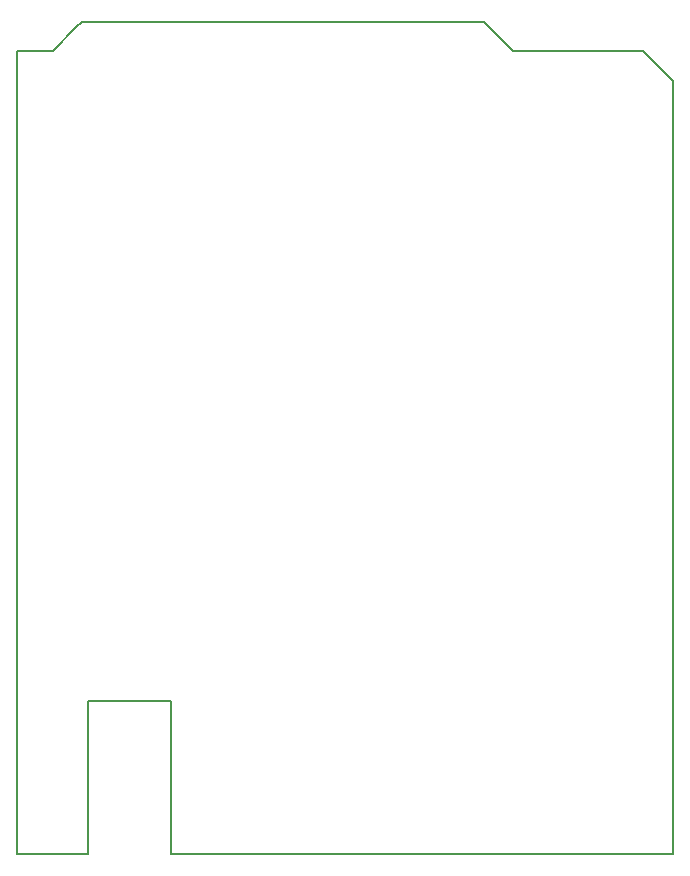
<source format=gbr>
G04 (created by PCBNEW (2013-jul-07)-stable) date Wed 25 Feb 2015 17:07:09 CET*
%MOIN*%
G04 Gerber Fmt 3.4, Leading zero omitted, Abs format*
%FSLAX34Y34*%
G01*
G70*
G90*
G04 APERTURE LIST*
%ADD10C,0.00590551*%
G04 APERTURE END LIST*
G54D10*
X62007Y-21850D02*
X62204Y-21850D01*
X62007Y-21850D02*
X61811Y-22047D01*
X81692Y-49606D02*
X81496Y-49606D01*
X81692Y-25787D02*
X81692Y-49606D01*
X81692Y-23818D02*
X81496Y-23622D01*
X81692Y-25787D02*
X81692Y-23818D01*
X80708Y-22834D02*
X81496Y-23622D01*
X76377Y-22834D02*
X80708Y-22834D01*
X75393Y-21850D02*
X76377Y-22834D01*
X62007Y-21850D02*
X75393Y-21850D01*
X61023Y-22834D02*
X61811Y-22047D01*
X59842Y-22834D02*
X61023Y-22834D01*
X59842Y-49606D02*
X59842Y-22834D01*
X62204Y-49606D02*
X59842Y-49606D01*
X62204Y-44488D02*
X62204Y-49606D01*
X64960Y-44488D02*
X62204Y-44488D01*
X64960Y-49606D02*
X64960Y-44488D01*
X81496Y-49606D02*
X64960Y-49606D01*
M02*

</source>
